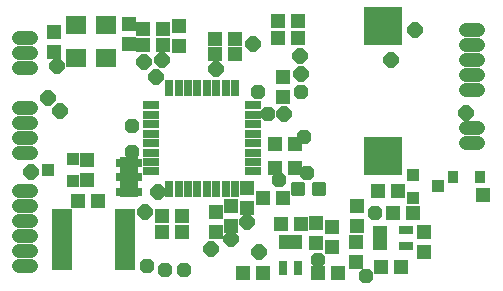
<source format=gts>
G75*
%MOIN*%
%OFA0B0*%
%FSLAX25Y25*%
%IPPOS*%
%LPD*%
%AMOC8*
5,1,8,0,0,1.08239X$1,22.5*
%
%ADD10R,0.05131X0.04737*%
%ADD11R,0.04737X0.05131*%
%ADD12R,0.07099X0.06312*%
%ADD13C,0.01421*%
%ADD14R,0.05800X0.03000*%
%ADD15R,0.03000X0.05800*%
%ADD16R,0.06706X0.02532*%
%ADD17R,0.12611X0.12611*%
%ADD18R,0.03280X0.04068*%
%ADD19R,0.04343X0.03950*%
%ADD20C,0.04800*%
%ADD21R,0.09068X0.02572*%
%ADD22R,0.06040X0.13760*%
%ADD23R,0.02572X0.05131*%
%ADD24R,0.05131X0.02572*%
%ADD25OC8,0.04762*%
%ADD26R,0.05131X0.05131*%
%ADD27OC8,0.05131*%
D10*
X0078283Y0035298D03*
X0083533Y0037298D03*
X0078283Y0041991D03*
X0083533Y0043991D03*
X0088783Y0043298D03*
X0088783Y0049991D03*
X0097936Y0056644D03*
X0104629Y0056644D03*
X0104629Y0064644D03*
X0097936Y0064644D03*
X0100783Y0080298D03*
X0100783Y0086991D03*
X0084629Y0094644D03*
X0077936Y0094644D03*
X0035283Y0059491D03*
X0035283Y0052798D03*
X0032436Y0045644D03*
X0039129Y0045644D03*
X0111783Y0038491D03*
X0111783Y0031798D03*
X0125283Y0037298D03*
X0125283Y0043991D03*
X0137436Y0041644D03*
X0144129Y0041644D03*
X0147783Y0035491D03*
X0147783Y0028798D03*
X0119129Y0021644D03*
X0112436Y0021644D03*
D11*
X0125033Y0025298D03*
X0133436Y0023644D03*
X0140129Y0023644D03*
X0125033Y0031991D03*
X0117033Y0030298D03*
X0117033Y0036991D03*
X0106629Y0038144D03*
X0099936Y0038144D03*
X0100629Y0046644D03*
X0093936Y0046644D03*
X0067129Y0040894D03*
X0060436Y0040894D03*
X0060436Y0035394D03*
X0067129Y0035394D03*
X0087436Y0021644D03*
X0094129Y0021644D03*
X0132436Y0049144D03*
X0139129Y0049144D03*
X0066033Y0097298D03*
X0060879Y0097894D03*
X0054186Y0097894D03*
X0049283Y0098048D03*
X0054186Y0103144D03*
X0049283Y0104741D03*
X0060879Y0103144D03*
X0066033Y0103991D03*
X0077936Y0099644D03*
X0084629Y0099644D03*
X0098936Y0100144D03*
X0105629Y0100144D03*
X0105629Y0105644D03*
X0098936Y0105644D03*
X0024283Y0102241D03*
X0024283Y0095548D03*
D12*
X0031783Y0093382D03*
X0041783Y0093382D03*
X0041783Y0104406D03*
X0031783Y0104406D03*
D13*
X0104172Y0051302D02*
X0104172Y0047986D01*
X0104172Y0051302D02*
X0107488Y0051302D01*
X0107488Y0047986D01*
X0104172Y0047986D01*
X0104172Y0049406D02*
X0107488Y0049406D01*
X0107488Y0050826D02*
X0104172Y0050826D01*
X0111078Y0051302D02*
X0111078Y0047986D01*
X0111078Y0051302D02*
X0114394Y0051302D01*
X0114394Y0047986D01*
X0111078Y0047986D01*
X0111078Y0049406D02*
X0114394Y0049406D01*
X0114394Y0050826D02*
X0111078Y0050826D01*
D14*
X0090683Y0055621D03*
X0090683Y0058770D03*
X0090683Y0061920D03*
X0090683Y0065069D03*
X0090683Y0068219D03*
X0090683Y0071369D03*
X0090683Y0074518D03*
X0090683Y0077668D03*
X0056883Y0077668D03*
X0056883Y0074518D03*
X0056883Y0071369D03*
X0056883Y0068219D03*
X0056883Y0065069D03*
X0056883Y0061920D03*
X0056883Y0058770D03*
X0056883Y0055621D03*
D15*
X0062759Y0049744D03*
X0065909Y0049744D03*
X0069058Y0049744D03*
X0072208Y0049744D03*
X0075358Y0049744D03*
X0078507Y0049744D03*
X0081657Y0049744D03*
X0084806Y0049744D03*
X0084806Y0083544D03*
X0081657Y0083544D03*
X0078507Y0083544D03*
X0075358Y0083544D03*
X0072208Y0083544D03*
X0069058Y0083544D03*
X0065909Y0083544D03*
X0062759Y0083544D03*
D16*
X0048123Y0041644D03*
X0048123Y0039144D03*
X0048123Y0036644D03*
X0048123Y0034144D03*
X0048123Y0031644D03*
X0048123Y0029144D03*
X0048123Y0026644D03*
X0048123Y0024144D03*
X0026942Y0024144D03*
X0026942Y0026644D03*
X0026942Y0029144D03*
X0026942Y0031644D03*
X0026942Y0034144D03*
X0026942Y0036644D03*
X0026942Y0039144D03*
X0026942Y0041644D03*
D17*
X0134033Y0060741D03*
X0134033Y0104048D03*
D18*
X0157255Y0053644D03*
X0166310Y0053644D03*
D19*
X0152363Y0050644D03*
X0144096Y0046904D03*
X0144096Y0054384D03*
X0030720Y0052404D03*
X0022452Y0056144D03*
X0030720Y0059884D03*
D20*
X0016783Y0024144D02*
X0012783Y0024144D01*
X0012783Y0029144D02*
X0016783Y0029144D01*
X0016783Y0034144D02*
X0012783Y0034144D01*
X0012783Y0039144D02*
X0016783Y0039144D01*
X0016783Y0044144D02*
X0012783Y0044144D01*
X0012783Y0049144D02*
X0016783Y0049144D01*
X0016783Y0061644D02*
X0012783Y0061644D01*
X0012783Y0066644D02*
X0016783Y0066644D01*
X0016783Y0071644D02*
X0012783Y0071644D01*
X0012783Y0076644D02*
X0016783Y0076644D01*
X0016783Y0090144D02*
X0012783Y0090144D01*
X0012783Y0095144D02*
X0016783Y0095144D01*
X0016783Y0100144D02*
X0012783Y0100144D01*
X0161783Y0097644D02*
X0165783Y0097644D01*
X0165783Y0102644D02*
X0161783Y0102644D01*
X0161783Y0092644D02*
X0165783Y0092644D01*
X0165783Y0087644D02*
X0161783Y0087644D01*
X0161783Y0082644D02*
X0165783Y0082644D01*
X0165783Y0070144D02*
X0161783Y0070144D01*
X0161783Y0065144D02*
X0165783Y0065144D01*
D21*
X0049283Y0058369D03*
X0049283Y0053644D03*
X0049283Y0048920D03*
D22*
X0049273Y0053654D03*
D23*
X0100724Y0032225D03*
X0103283Y0032225D03*
X0105842Y0032225D03*
X0105842Y0023563D03*
X0100724Y0023563D03*
D24*
X0133202Y0030835D03*
X0133202Y0033394D03*
X0133202Y0035953D03*
X0141863Y0035953D03*
X0141863Y0030835D03*
D25*
X0131283Y0041644D03*
X0108783Y0055144D03*
X0099283Y0052644D03*
X0107783Y0067144D03*
X0095783Y0074644D03*
X0092283Y0082144D03*
X0106783Y0082144D03*
X0050283Y0070644D03*
X0050283Y0062144D03*
X0112283Y0026144D03*
X0128533Y0020644D03*
X0067783Y0022894D03*
X0061283Y0022894D03*
X0055283Y0024144D03*
D26*
X0167533Y0047894D03*
D27*
X0161783Y0075144D03*
X0136783Y0092644D03*
X0144783Y0102644D03*
X0106283Y0094144D03*
X0106783Y0088144D03*
X0090783Y0098144D03*
X0078283Y0089644D03*
X0060283Y0092644D03*
X0054283Y0092144D03*
X0058283Y0087144D03*
X0025283Y0090644D03*
X0022283Y0080144D03*
X0026283Y0075894D03*
X0016783Y0055394D03*
X0054783Y0042144D03*
X0059033Y0048894D03*
X0083533Y0033144D03*
X0076783Y0029644D03*
X0088783Y0038894D03*
X0092783Y0028644D03*
X0101033Y0074894D03*
M02*

</source>
